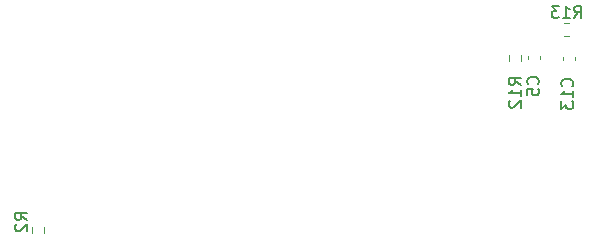
<source format=gbo>
%TF.GenerationSoftware,KiCad,Pcbnew,7.0.6*%
%TF.CreationDate,2023-08-29T11:28:15+01:00*%
%TF.ProjectId,SiPM_output,5369504d-5f6f-4757-9470-75742e6b6963,2.2*%
%TF.SameCoordinates,Original*%
%TF.FileFunction,Legend,Bot*%
%TF.FilePolarity,Positive*%
%FSLAX46Y46*%
G04 Gerber Fmt 4.6, Leading zero omitted, Abs format (unit mm)*
G04 Created by KiCad (PCBNEW 7.0.6) date 2023-08-29 11:28:15*
%MOMM*%
%LPD*%
G01*
G04 APERTURE LIST*
%ADD10C,0.150000*%
%ADD11C,0.120000*%
G04 APERTURE END LIST*
D10*
X124809580Y-101207142D02*
X124857200Y-101159523D01*
X124857200Y-101159523D02*
X124904819Y-101016666D01*
X124904819Y-101016666D02*
X124904819Y-100921428D01*
X124904819Y-100921428D02*
X124857200Y-100778571D01*
X124857200Y-100778571D02*
X124761961Y-100683333D01*
X124761961Y-100683333D02*
X124666723Y-100635714D01*
X124666723Y-100635714D02*
X124476247Y-100588095D01*
X124476247Y-100588095D02*
X124333390Y-100588095D01*
X124333390Y-100588095D02*
X124142914Y-100635714D01*
X124142914Y-100635714D02*
X124047676Y-100683333D01*
X124047676Y-100683333D02*
X123952438Y-100778571D01*
X123952438Y-100778571D02*
X123904819Y-100921428D01*
X123904819Y-100921428D02*
X123904819Y-101016666D01*
X123904819Y-101016666D02*
X123952438Y-101159523D01*
X123952438Y-101159523D02*
X124000057Y-101207142D01*
X124904819Y-102159523D02*
X124904819Y-101588095D01*
X124904819Y-101873809D02*
X123904819Y-101873809D01*
X123904819Y-101873809D02*
X124047676Y-101778571D01*
X124047676Y-101778571D02*
X124142914Y-101683333D01*
X124142914Y-101683333D02*
X124190533Y-101588095D01*
X123904819Y-102492857D02*
X123904819Y-103111904D01*
X123904819Y-103111904D02*
X124285771Y-102778571D01*
X124285771Y-102778571D02*
X124285771Y-102921428D01*
X124285771Y-102921428D02*
X124333390Y-103016666D01*
X124333390Y-103016666D02*
X124381009Y-103064285D01*
X124381009Y-103064285D02*
X124476247Y-103111904D01*
X124476247Y-103111904D02*
X124714342Y-103111904D01*
X124714342Y-103111904D02*
X124809580Y-103064285D01*
X124809580Y-103064285D02*
X124857200Y-103016666D01*
X124857200Y-103016666D02*
X124904819Y-102921428D01*
X124904819Y-102921428D02*
X124904819Y-102635714D01*
X124904819Y-102635714D02*
X124857200Y-102540476D01*
X124857200Y-102540476D02*
X124809580Y-102492857D01*
X124992857Y-95424819D02*
X125326190Y-94948628D01*
X125564285Y-95424819D02*
X125564285Y-94424819D01*
X125564285Y-94424819D02*
X125183333Y-94424819D01*
X125183333Y-94424819D02*
X125088095Y-94472438D01*
X125088095Y-94472438D02*
X125040476Y-94520057D01*
X125040476Y-94520057D02*
X124992857Y-94615295D01*
X124992857Y-94615295D02*
X124992857Y-94758152D01*
X124992857Y-94758152D02*
X125040476Y-94853390D01*
X125040476Y-94853390D02*
X125088095Y-94901009D01*
X125088095Y-94901009D02*
X125183333Y-94948628D01*
X125183333Y-94948628D02*
X125564285Y-94948628D01*
X124040476Y-95424819D02*
X124611904Y-95424819D01*
X124326190Y-95424819D02*
X124326190Y-94424819D01*
X124326190Y-94424819D02*
X124421428Y-94567676D01*
X124421428Y-94567676D02*
X124516666Y-94662914D01*
X124516666Y-94662914D02*
X124611904Y-94710533D01*
X123707142Y-94424819D02*
X123088095Y-94424819D01*
X123088095Y-94424819D02*
X123421428Y-94805771D01*
X123421428Y-94805771D02*
X123278571Y-94805771D01*
X123278571Y-94805771D02*
X123183333Y-94853390D01*
X123183333Y-94853390D02*
X123135714Y-94901009D01*
X123135714Y-94901009D02*
X123088095Y-94996247D01*
X123088095Y-94996247D02*
X123088095Y-95234342D01*
X123088095Y-95234342D02*
X123135714Y-95329580D01*
X123135714Y-95329580D02*
X123183333Y-95377200D01*
X123183333Y-95377200D02*
X123278571Y-95424819D01*
X123278571Y-95424819D02*
X123564285Y-95424819D01*
X123564285Y-95424819D02*
X123659523Y-95377200D01*
X123659523Y-95377200D02*
X123707142Y-95329580D01*
X121909580Y-101033333D02*
X121957200Y-100985714D01*
X121957200Y-100985714D02*
X122004819Y-100842857D01*
X122004819Y-100842857D02*
X122004819Y-100747619D01*
X122004819Y-100747619D02*
X121957200Y-100604762D01*
X121957200Y-100604762D02*
X121861961Y-100509524D01*
X121861961Y-100509524D02*
X121766723Y-100461905D01*
X121766723Y-100461905D02*
X121576247Y-100414286D01*
X121576247Y-100414286D02*
X121433390Y-100414286D01*
X121433390Y-100414286D02*
X121242914Y-100461905D01*
X121242914Y-100461905D02*
X121147676Y-100509524D01*
X121147676Y-100509524D02*
X121052438Y-100604762D01*
X121052438Y-100604762D02*
X121004819Y-100747619D01*
X121004819Y-100747619D02*
X121004819Y-100842857D01*
X121004819Y-100842857D02*
X121052438Y-100985714D01*
X121052438Y-100985714D02*
X121100057Y-101033333D01*
X121004819Y-101938095D02*
X121004819Y-101461905D01*
X121004819Y-101461905D02*
X121481009Y-101414286D01*
X121481009Y-101414286D02*
X121433390Y-101461905D01*
X121433390Y-101461905D02*
X121385771Y-101557143D01*
X121385771Y-101557143D02*
X121385771Y-101795238D01*
X121385771Y-101795238D02*
X121433390Y-101890476D01*
X121433390Y-101890476D02*
X121481009Y-101938095D01*
X121481009Y-101938095D02*
X121576247Y-101985714D01*
X121576247Y-101985714D02*
X121814342Y-101985714D01*
X121814342Y-101985714D02*
X121909580Y-101938095D01*
X121909580Y-101938095D02*
X121957200Y-101890476D01*
X121957200Y-101890476D02*
X122004819Y-101795238D01*
X122004819Y-101795238D02*
X122004819Y-101557143D01*
X122004819Y-101557143D02*
X121957200Y-101461905D01*
X121957200Y-101461905D02*
X121909580Y-101414286D01*
X78654819Y-112533333D02*
X78178628Y-112200000D01*
X78654819Y-111961905D02*
X77654819Y-111961905D01*
X77654819Y-111961905D02*
X77654819Y-112342857D01*
X77654819Y-112342857D02*
X77702438Y-112438095D01*
X77702438Y-112438095D02*
X77750057Y-112485714D01*
X77750057Y-112485714D02*
X77845295Y-112533333D01*
X77845295Y-112533333D02*
X77988152Y-112533333D01*
X77988152Y-112533333D02*
X78083390Y-112485714D01*
X78083390Y-112485714D02*
X78131009Y-112438095D01*
X78131009Y-112438095D02*
X78178628Y-112342857D01*
X78178628Y-112342857D02*
X78178628Y-111961905D01*
X77750057Y-112914286D02*
X77702438Y-112961905D01*
X77702438Y-112961905D02*
X77654819Y-113057143D01*
X77654819Y-113057143D02*
X77654819Y-113295238D01*
X77654819Y-113295238D02*
X77702438Y-113390476D01*
X77702438Y-113390476D02*
X77750057Y-113438095D01*
X77750057Y-113438095D02*
X77845295Y-113485714D01*
X77845295Y-113485714D02*
X77940533Y-113485714D01*
X77940533Y-113485714D02*
X78083390Y-113438095D01*
X78083390Y-113438095D02*
X78654819Y-112866667D01*
X78654819Y-112866667D02*
X78654819Y-113485714D01*
X120454819Y-101107142D02*
X119978628Y-100773809D01*
X120454819Y-100535714D02*
X119454819Y-100535714D01*
X119454819Y-100535714D02*
X119454819Y-100916666D01*
X119454819Y-100916666D02*
X119502438Y-101011904D01*
X119502438Y-101011904D02*
X119550057Y-101059523D01*
X119550057Y-101059523D02*
X119645295Y-101107142D01*
X119645295Y-101107142D02*
X119788152Y-101107142D01*
X119788152Y-101107142D02*
X119883390Y-101059523D01*
X119883390Y-101059523D02*
X119931009Y-101011904D01*
X119931009Y-101011904D02*
X119978628Y-100916666D01*
X119978628Y-100916666D02*
X119978628Y-100535714D01*
X120454819Y-102059523D02*
X120454819Y-101488095D01*
X120454819Y-101773809D02*
X119454819Y-101773809D01*
X119454819Y-101773809D02*
X119597676Y-101678571D01*
X119597676Y-101678571D02*
X119692914Y-101583333D01*
X119692914Y-101583333D02*
X119740533Y-101488095D01*
X119550057Y-102440476D02*
X119502438Y-102488095D01*
X119502438Y-102488095D02*
X119454819Y-102583333D01*
X119454819Y-102583333D02*
X119454819Y-102821428D01*
X119454819Y-102821428D02*
X119502438Y-102916666D01*
X119502438Y-102916666D02*
X119550057Y-102964285D01*
X119550057Y-102964285D02*
X119645295Y-103011904D01*
X119645295Y-103011904D02*
X119740533Y-103011904D01*
X119740533Y-103011904D02*
X119883390Y-102964285D01*
X119883390Y-102964285D02*
X120454819Y-102392857D01*
X120454819Y-102392857D02*
X120454819Y-103011904D01*
D11*
%TO.C,C13*%
X125060000Y-98990580D02*
X125060000Y-98709420D01*
X124040000Y-98990580D02*
X124040000Y-98709420D01*
%TO.C,R13*%
X124587258Y-95877500D02*
X124112742Y-95877500D01*
X124587258Y-96922500D02*
X124112742Y-96922500D01*
%TO.C,C5*%
X122110000Y-98940580D02*
X122110000Y-98659420D01*
X121090000Y-98940580D02*
X121090000Y-98659420D01*
%TO.C,R2*%
X79077500Y-113125242D02*
X79077500Y-113599758D01*
X80122500Y-113125242D02*
X80122500Y-113599758D01*
%TO.C,R12*%
X120522500Y-99037258D02*
X120522500Y-98562742D01*
X119477500Y-99037258D02*
X119477500Y-98562742D01*
%TD*%
M02*

</source>
